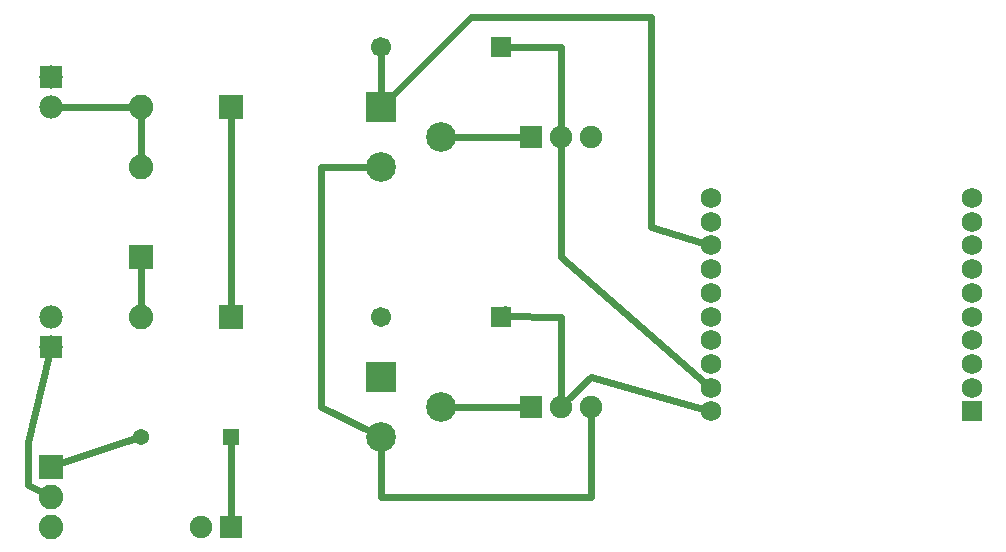
<source format=gbl>
G04 MADE WITH FRITZING*
G04 WWW.FRITZING.ORG*
G04 DOUBLE SIDED*
G04 HOLES PLATED*
G04 CONTOUR ON CENTER OF CONTOUR VECTOR*
%ASAXBY*%
%FSLAX23Y23*%
%MOIN*%
%OFA0B0*%
%SFA1.0B1.0*%
%ADD10C,0.082000*%
%ADD11C,0.075000*%
%ADD12C,0.099000*%
%ADD13C,0.078000*%
%ADD14C,0.054000*%
%ADD15C,0.067000*%
%ADD16C,0.068000*%
%ADD17R,0.082000X0.082000*%
%ADD18R,0.075000X0.075000*%
%ADD19R,0.099000X0.099000*%
%ADD20R,0.078000X0.078000*%
%ADD21R,0.054000X0.054000*%
%ADD22R,0.067000X0.067000*%
%ADD23R,0.068000X0.068000*%
%ADD24C,0.024000*%
%LNCOPPER0*%
G90*
G70*
G54D10*
X233Y1376D03*
X233Y1276D03*
X233Y1176D03*
X533Y2076D03*
X533Y2374D03*
X833Y1876D03*
X535Y1876D03*
X833Y2576D03*
X535Y2576D03*
G54D11*
X2033Y2476D03*
X1933Y2476D03*
X1833Y2476D03*
X2033Y1576D03*
X1933Y1576D03*
X1833Y1576D03*
G54D12*
X1333Y2376D03*
X1333Y2576D03*
X1533Y2476D03*
X1333Y1476D03*
X1333Y1676D03*
X1533Y1576D03*
G54D13*
X233Y1776D03*
X233Y1876D03*
X233Y2676D03*
X233Y2576D03*
G54D11*
X833Y1176D03*
X733Y1176D03*
G54D14*
X833Y1476D03*
X533Y1476D03*
G54D15*
X1733Y2776D03*
X1333Y2776D03*
X1733Y1876D03*
X1333Y1876D03*
G54D16*
X3303Y1560D03*
X3303Y1639D03*
X3303Y1718D03*
X3303Y1797D03*
X3303Y1876D03*
X3303Y1955D03*
X3303Y2034D03*
X3303Y2113D03*
X3303Y2192D03*
X3303Y2271D03*
X2433Y2271D03*
X2433Y2192D03*
X2433Y2113D03*
X2433Y2034D03*
X2433Y1955D03*
X2433Y1876D03*
X2433Y1797D03*
X2433Y1718D03*
X2433Y1639D03*
X2433Y1560D03*
G54D17*
X233Y1376D03*
X533Y2075D03*
X834Y1876D03*
X834Y2576D03*
G54D18*
X1833Y2476D03*
X1833Y1576D03*
G54D19*
X1333Y2576D03*
X1333Y1676D03*
G54D20*
X233Y1776D03*
X233Y2676D03*
G54D18*
X833Y1176D03*
G54D21*
X833Y1476D03*
G54D22*
X1733Y2776D03*
X1733Y1876D03*
G54D23*
X3303Y1560D03*
G54D24*
X1933Y2774D02*
X1933Y2505D01*
D02*
X1763Y2776D02*
X1933Y2774D01*
D02*
X2033Y1548D02*
X2033Y1276D01*
D02*
X1333Y1276D02*
X1333Y1445D01*
D02*
X2033Y1276D02*
X1333Y1276D01*
D02*
X1933Y1876D02*
X1933Y1605D01*
D02*
X1734Y1878D02*
X1933Y1876D01*
D02*
X1748Y1902D02*
X1734Y1878D01*
D02*
X1805Y1576D02*
X1565Y1576D01*
D02*
X1805Y2476D02*
X1565Y2476D01*
D02*
X534Y2044D02*
X535Y1909D01*
D02*
X534Y2406D02*
X535Y2544D01*
D02*
X263Y2576D02*
X503Y2576D01*
D02*
X264Y1387D02*
X509Y1468D01*
D02*
X833Y2544D02*
X833Y1909D01*
D02*
X1952Y1598D02*
X1956Y1602D01*
X1956Y1602D02*
X2033Y1676D01*
D02*
X2033Y1676D02*
X2409Y1567D01*
D02*
X1333Y2747D02*
X1333Y2608D01*
D02*
X2233Y2176D02*
X2233Y2876D01*
D02*
X2409Y2121D02*
X2233Y2176D01*
D02*
X2233Y2876D02*
X1633Y2876D01*
D02*
X1633Y2876D02*
X1356Y2599D01*
D02*
X833Y1205D02*
X833Y1450D01*
D02*
X226Y1747D02*
X156Y1458D01*
X156Y1458D02*
X156Y1314D01*
X156Y1314D02*
X204Y1290D01*
D02*
X1302Y2376D02*
X1133Y2376D01*
D02*
X1133Y2376D02*
X1133Y1576D01*
D02*
X1133Y1576D02*
X1305Y1491D01*
D02*
X1933Y2076D02*
X2414Y1656D01*
D02*
X1933Y2448D02*
X1933Y2076D01*
G04 End of Copper0*
M02*
</source>
